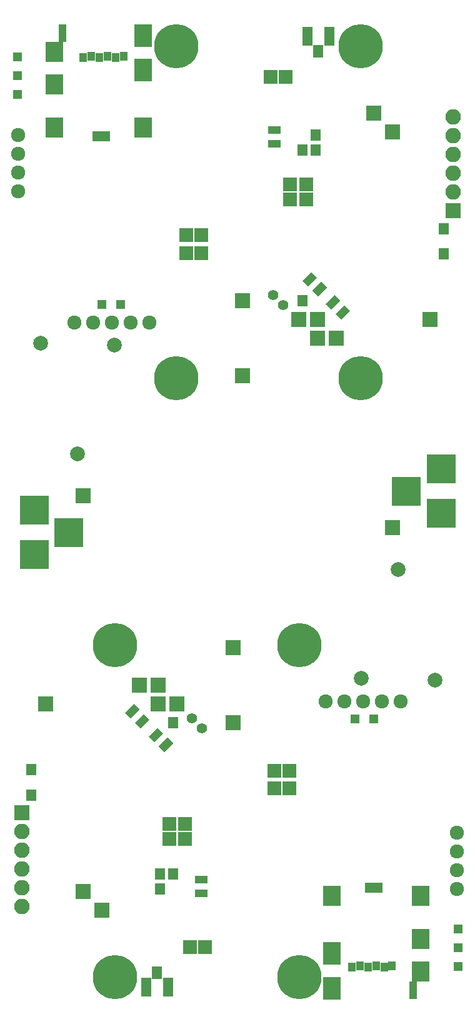
<source format=gbr>
G04 #@! TF.FileFunction,Soldermask,Bot*
%FSLAX46Y46*%
G04 Gerber Fmt 4.6, Leading zero omitted, Abs format (unit mm)*
G04 Created by KiCad (PCBNEW 4.0.7-e2-6376~58~ubuntu16.04.1) date Mon Sep 25 15:39:33 2017*
%MOMM*%
%LPD*%
G01*
G04 APERTURE LIST*
%ADD10C,0.100000*%
%ADD11R,2.100000X2.100000*%
%ADD12R,1.400000X1.600000*%
%ADD13R,2.400000X3.100000*%
%ADD14R,2.400000X2.700000*%
%ADD15R,1.000000X1.200000*%
%ADD16R,1.000000X2.400000*%
%ADD17R,2.400000X1.400000*%
%ADD18R,1.700000X1.100000*%
%ADD19R,1.250000X1.250000*%
%ADD20R,1.924000X1.924000*%
%ADD21C,2.000000*%
%ADD22R,1.400000X2.600000*%
%ADD23R,1.400000X1.800000*%
%ADD24C,6.000000*%
%ADD25C,1.400000*%
%ADD26C,1.924000*%
%ADD27R,3.900000X3.900000*%
%ADD28O,2.100000X2.100000*%
G04 APERTURE END LIST*
D10*
D11*
X118110000Y-110744000D03*
D12*
X88392000Y-137160000D03*
D10*
G36*
X88402700Y-139905619D02*
X87200619Y-141107700D01*
X86422802Y-140329883D01*
X87624883Y-139127802D01*
X88402700Y-139905619D01*
X88402700Y-139905619D01*
G37*
G36*
X87059198Y-138562117D02*
X85857117Y-139764198D01*
X85079300Y-138986381D01*
X86281381Y-137784300D01*
X87059198Y-138562117D01*
X87059198Y-138562117D01*
G37*
G36*
X81904300Y-135811381D02*
X83106381Y-134609300D01*
X83884198Y-135387117D01*
X82682117Y-136589198D01*
X81904300Y-135811381D01*
X81904300Y-135811381D01*
G37*
G36*
X83247802Y-137154883D02*
X84449883Y-135952802D01*
X85227700Y-136730619D01*
X84025619Y-137932700D01*
X83247802Y-137154883D01*
X83247802Y-137154883D01*
G37*
D11*
X83820000Y-132080000D03*
X86360000Y-132080000D03*
X86360000Y-134620000D03*
X88900000Y-134620000D03*
D12*
X69215000Y-143510000D03*
X69215000Y-146939000D03*
X86614000Y-159639000D03*
X88392000Y-157607000D03*
X86614000Y-157607000D03*
D13*
X109951000Y-173101000D03*
D14*
X109951000Y-160631000D03*
D13*
X109951000Y-168401000D03*
D14*
X121951000Y-160631000D03*
X121951000Y-166481000D03*
X121951000Y-170881000D03*
D15*
X112621000Y-170281000D03*
X114821000Y-170281000D03*
X118061000Y-170081000D03*
X113721000Y-170081000D03*
X115921000Y-170081000D03*
X117006000Y-170281000D03*
D16*
X120911000Y-173401000D03*
D17*
X115621000Y-159481000D03*
D18*
X92176600Y-160284200D03*
X92176600Y-158384200D03*
D19*
X127000000Y-165100000D03*
D20*
X102124000Y-146050000D03*
X104124000Y-146050000D03*
X102124000Y-143637000D03*
X104124000Y-143637000D03*
D21*
X113872000Y-131158000D03*
X123872000Y-131408000D03*
X118872000Y-116408000D03*
D20*
X87884000Y-150892000D03*
X87884000Y-152892000D03*
X90043000Y-150892000D03*
X90043000Y-152892000D03*
D11*
X96520000Y-137160000D03*
X76200000Y-160020000D03*
X71120000Y-134620000D03*
X78740000Y-162560000D03*
X96520000Y-127000000D03*
D20*
X92694000Y-167513000D03*
X90694000Y-167513000D03*
D22*
X87733000Y-172974000D03*
D23*
X86233000Y-170974000D03*
D22*
X84733000Y-172974000D03*
D24*
X105520000Y-126640000D03*
X80520000Y-171640000D03*
X105520000Y-171640000D03*
X80520000Y-126640000D03*
D25*
X92329000Y-137922000D03*
X90985497Y-136578497D03*
D26*
X126860300Y-159651700D03*
X126860300Y-157111700D03*
X126860300Y-154571700D03*
X126860300Y-152031700D03*
X119240300Y-134251700D03*
X116700300Y-134251700D03*
X114160300Y-134251700D03*
X111620300Y-134251700D03*
X109080300Y-134251700D03*
D27*
X124720000Y-108780000D03*
X124720000Y-102780000D03*
X120020000Y-105780000D03*
D11*
X67945000Y-149352000D03*
D28*
X67945000Y-151892000D03*
X67945000Y-154432000D03*
X67945000Y-156972000D03*
X67945000Y-159512000D03*
X67945000Y-162052000D03*
D19*
X113030000Y-136652000D03*
X115570000Y-136652000D03*
X127000000Y-167640000D03*
X127000000Y-170180000D03*
X67310000Y-46990000D03*
X67310000Y-49530000D03*
X78740000Y-80518000D03*
X81280000Y-80518000D03*
D11*
X126365000Y-67818000D03*
D28*
X126365000Y-65278000D03*
X126365000Y-62738000D03*
X126365000Y-60198000D03*
X126365000Y-57658000D03*
X126365000Y-55118000D03*
D27*
X69590000Y-108390000D03*
X69590000Y-114390000D03*
X74290000Y-111390000D03*
D26*
X67449700Y-57518300D03*
X67449700Y-60058300D03*
X67449700Y-62598300D03*
X67449700Y-65138300D03*
X75069700Y-82918300D03*
X77609700Y-82918300D03*
X80149700Y-82918300D03*
X82689700Y-82918300D03*
X85229700Y-82918300D03*
D25*
X101981000Y-79248000D03*
X103324503Y-80591503D03*
D24*
X113790000Y-90530000D03*
X88790000Y-45530000D03*
X113790000Y-45530000D03*
X88790000Y-90530000D03*
D22*
X106577000Y-44196000D03*
D23*
X108077000Y-46196000D03*
D22*
X109577000Y-44196000D03*
D20*
X101616000Y-49657000D03*
X103616000Y-49657000D03*
D11*
X97790000Y-90170000D03*
X115570000Y-54610000D03*
X123190000Y-82550000D03*
X118110000Y-57150000D03*
X97790000Y-80010000D03*
D20*
X104267000Y-66278000D03*
X104267000Y-64278000D03*
X106426000Y-66278000D03*
X106426000Y-64278000D03*
D21*
X80438000Y-86012000D03*
X70438000Y-85762000D03*
X75438000Y-100762000D03*
D20*
X92186000Y-73533000D03*
X90186000Y-73533000D03*
X92186000Y-71120000D03*
X90186000Y-71120000D03*
D19*
X67310000Y-52070000D03*
D18*
X102133400Y-56885800D03*
X102133400Y-58785800D03*
D13*
X84359000Y-44069000D03*
D14*
X84359000Y-56539000D03*
D13*
X84359000Y-48769000D03*
D14*
X72359000Y-56539000D03*
X72359000Y-50689000D03*
X72359000Y-46289000D03*
D15*
X81689000Y-46889000D03*
X79489000Y-46889000D03*
X76249000Y-47089000D03*
X80589000Y-47089000D03*
X78389000Y-47089000D03*
X77304000Y-46889000D03*
D16*
X73399000Y-43769000D03*
D17*
X78689000Y-57689000D03*
D12*
X107696000Y-59563000D03*
X105918000Y-59563000D03*
X107696000Y-57531000D03*
X125095000Y-70231000D03*
X125095000Y-73660000D03*
D11*
X105410000Y-82550000D03*
X107950000Y-82550000D03*
X107950000Y-85090000D03*
X110490000Y-85090000D03*
D10*
G36*
X112405700Y-81358619D02*
X111203619Y-82560700D01*
X110425802Y-81782883D01*
X111627883Y-80580802D01*
X112405700Y-81358619D01*
X112405700Y-81358619D01*
G37*
G36*
X111062198Y-80015117D02*
X109860117Y-81217198D01*
X109082300Y-80439381D01*
X110284381Y-79237300D01*
X111062198Y-80015117D01*
X111062198Y-80015117D01*
G37*
G36*
X105907300Y-77264381D02*
X107109381Y-76062300D01*
X107887198Y-76840117D01*
X106685117Y-78042198D01*
X105907300Y-77264381D01*
X105907300Y-77264381D01*
G37*
G36*
X107250802Y-78607883D02*
X108452883Y-77405802D01*
X109230700Y-78183619D01*
X108028619Y-79385700D01*
X107250802Y-78607883D01*
X107250802Y-78607883D01*
G37*
D12*
X105918000Y-80010000D03*
D11*
X76200000Y-106426000D03*
M02*

</source>
